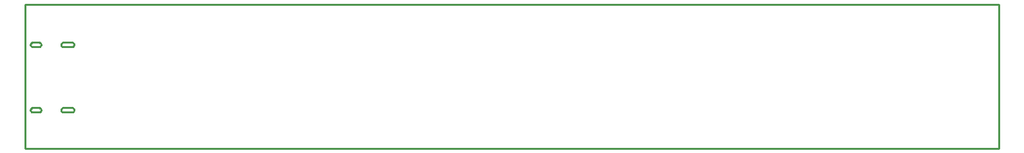
<source format=gbr>
G04 EAGLE Gerber RS-274X export*
G75*
%MOMM*%
%FSLAX34Y34*%
%LPD*%
%IN*%
%IPPOS*%
%AMOC8*
5,1,8,0,0,1.08239X$1,22.5*%
G01*
G04 Define Apertures*
%ADD10C,0.254000*%
D10*
X0Y0D02*
X1279500Y0D01*
X1279500Y190000D01*
X0Y190000D01*
X0Y0D01*
X47016Y50800D02*
X47027Y50539D01*
X47062Y50279D01*
X47118Y50024D01*
X47197Y49774D01*
X47297Y49532D01*
X47418Y49300D01*
X47559Y49079D01*
X47718Y48872D01*
X47895Y48679D01*
X48088Y48502D01*
X48295Y48343D01*
X48516Y48202D01*
X48748Y48081D01*
X48990Y47981D01*
X49240Y47902D01*
X49495Y47846D01*
X49755Y47811D01*
X50016Y47800D01*
X61016Y47800D01*
X61277Y47811D01*
X61537Y47846D01*
X61792Y47902D01*
X62042Y47981D01*
X62284Y48081D01*
X62516Y48202D01*
X62737Y48343D01*
X62944Y48502D01*
X63137Y48679D01*
X63314Y48872D01*
X63473Y49079D01*
X63614Y49300D01*
X63735Y49532D01*
X63835Y49774D01*
X63914Y50024D01*
X63970Y50279D01*
X64005Y50539D01*
X64016Y50800D01*
X64005Y51061D01*
X63970Y51321D01*
X63914Y51576D01*
X63835Y51826D01*
X63735Y52068D01*
X63614Y52300D01*
X63473Y52521D01*
X63314Y52728D01*
X63137Y52921D01*
X62944Y53098D01*
X62737Y53257D01*
X62516Y53398D01*
X62284Y53519D01*
X62042Y53619D01*
X61792Y53698D01*
X61537Y53754D01*
X61277Y53789D01*
X61016Y53800D01*
X50016Y53800D01*
X49755Y53789D01*
X49495Y53754D01*
X49240Y53698D01*
X48990Y53619D01*
X48748Y53519D01*
X48516Y53398D01*
X48295Y53257D01*
X48088Y53098D01*
X47895Y52921D01*
X47718Y52728D01*
X47559Y52521D01*
X47418Y52300D01*
X47297Y52068D01*
X47197Y51826D01*
X47118Y51576D01*
X47062Y51321D01*
X47027Y51061D01*
X47016Y50800D01*
X47016Y137200D02*
X47027Y136939D01*
X47062Y136679D01*
X47118Y136424D01*
X47197Y136174D01*
X47297Y135932D01*
X47418Y135700D01*
X47559Y135479D01*
X47718Y135272D01*
X47895Y135079D01*
X48088Y134902D01*
X48295Y134743D01*
X48516Y134602D01*
X48748Y134481D01*
X48990Y134381D01*
X49240Y134302D01*
X49495Y134246D01*
X49755Y134211D01*
X50016Y134200D01*
X61016Y134200D01*
X61277Y134211D01*
X61537Y134246D01*
X61792Y134302D01*
X62042Y134381D01*
X62284Y134481D01*
X62516Y134602D01*
X62737Y134743D01*
X62944Y134902D01*
X63137Y135079D01*
X63314Y135272D01*
X63473Y135479D01*
X63614Y135700D01*
X63735Y135932D01*
X63835Y136174D01*
X63914Y136424D01*
X63970Y136679D01*
X64005Y136939D01*
X64016Y137200D01*
X64005Y137461D01*
X63970Y137721D01*
X63914Y137976D01*
X63835Y138226D01*
X63735Y138468D01*
X63614Y138700D01*
X63473Y138921D01*
X63314Y139128D01*
X63137Y139321D01*
X62944Y139498D01*
X62737Y139657D01*
X62516Y139798D01*
X62284Y139919D01*
X62042Y140019D01*
X61792Y140098D01*
X61537Y140154D01*
X61277Y140189D01*
X61016Y140200D01*
X50016Y140200D01*
X49755Y140189D01*
X49495Y140154D01*
X49240Y140098D01*
X48990Y140019D01*
X48748Y139919D01*
X48516Y139798D01*
X48295Y139657D01*
X48088Y139498D01*
X47895Y139321D01*
X47718Y139128D01*
X47559Y138921D01*
X47418Y138700D01*
X47297Y138468D01*
X47197Y138226D01*
X47118Y137976D01*
X47062Y137721D01*
X47027Y137461D01*
X47016Y137200D01*
X6716Y50800D02*
X6727Y50539D01*
X6762Y50279D01*
X6818Y50024D01*
X6897Y49774D01*
X6997Y49532D01*
X7118Y49300D01*
X7259Y49079D01*
X7418Y48872D01*
X7595Y48679D01*
X7788Y48502D01*
X7995Y48343D01*
X8216Y48202D01*
X8448Y48081D01*
X8690Y47981D01*
X8940Y47902D01*
X9195Y47846D01*
X9455Y47811D01*
X9716Y47800D01*
X17716Y47800D01*
X17977Y47811D01*
X18237Y47846D01*
X18492Y47902D01*
X18742Y47981D01*
X18984Y48081D01*
X19216Y48202D01*
X19437Y48343D01*
X19644Y48502D01*
X19837Y48679D01*
X20014Y48872D01*
X20173Y49079D01*
X20314Y49300D01*
X20435Y49532D01*
X20535Y49774D01*
X20614Y50024D01*
X20670Y50279D01*
X20705Y50539D01*
X20716Y50800D01*
X20705Y51061D01*
X20670Y51321D01*
X20614Y51576D01*
X20535Y51826D01*
X20435Y52068D01*
X20314Y52300D01*
X20173Y52521D01*
X20014Y52728D01*
X19837Y52921D01*
X19644Y53098D01*
X19437Y53257D01*
X19216Y53398D01*
X18984Y53519D01*
X18742Y53619D01*
X18492Y53698D01*
X18237Y53754D01*
X17977Y53789D01*
X17716Y53800D01*
X9716Y53800D01*
X9455Y53789D01*
X9195Y53754D01*
X8940Y53698D01*
X8690Y53619D01*
X8448Y53519D01*
X8216Y53398D01*
X7995Y53257D01*
X7788Y53098D01*
X7595Y52921D01*
X7418Y52728D01*
X7259Y52521D01*
X7118Y52300D01*
X6997Y52068D01*
X6897Y51826D01*
X6818Y51576D01*
X6762Y51321D01*
X6727Y51061D01*
X6716Y50800D01*
X6716Y137200D02*
X6727Y136939D01*
X6762Y136679D01*
X6818Y136424D01*
X6897Y136174D01*
X6997Y135932D01*
X7118Y135700D01*
X7259Y135479D01*
X7418Y135272D01*
X7595Y135079D01*
X7788Y134902D01*
X7995Y134743D01*
X8216Y134602D01*
X8448Y134481D01*
X8690Y134381D01*
X8940Y134302D01*
X9195Y134246D01*
X9455Y134211D01*
X9716Y134200D01*
X17716Y134200D01*
X17977Y134211D01*
X18237Y134246D01*
X18492Y134302D01*
X18742Y134381D01*
X18984Y134481D01*
X19216Y134602D01*
X19437Y134743D01*
X19644Y134902D01*
X19837Y135079D01*
X20014Y135272D01*
X20173Y135479D01*
X20314Y135700D01*
X20435Y135932D01*
X20535Y136174D01*
X20614Y136424D01*
X20670Y136679D01*
X20705Y136939D01*
X20716Y137200D01*
X20705Y137461D01*
X20670Y137721D01*
X20614Y137976D01*
X20535Y138226D01*
X20435Y138468D01*
X20314Y138700D01*
X20173Y138921D01*
X20014Y139128D01*
X19837Y139321D01*
X19644Y139498D01*
X19437Y139657D01*
X19216Y139798D01*
X18984Y139919D01*
X18742Y140019D01*
X18492Y140098D01*
X18237Y140154D01*
X17977Y140189D01*
X17716Y140200D01*
X9716Y140200D01*
X9455Y140189D01*
X9195Y140154D01*
X8940Y140098D01*
X8690Y140019D01*
X8448Y139919D01*
X8216Y139798D01*
X7995Y139657D01*
X7788Y139498D01*
X7595Y139321D01*
X7418Y139128D01*
X7259Y138921D01*
X7118Y138700D01*
X6997Y138468D01*
X6897Y138226D01*
X6818Y137976D01*
X6762Y137721D01*
X6727Y137461D01*
X6716Y137200D01*
M02*

</source>
